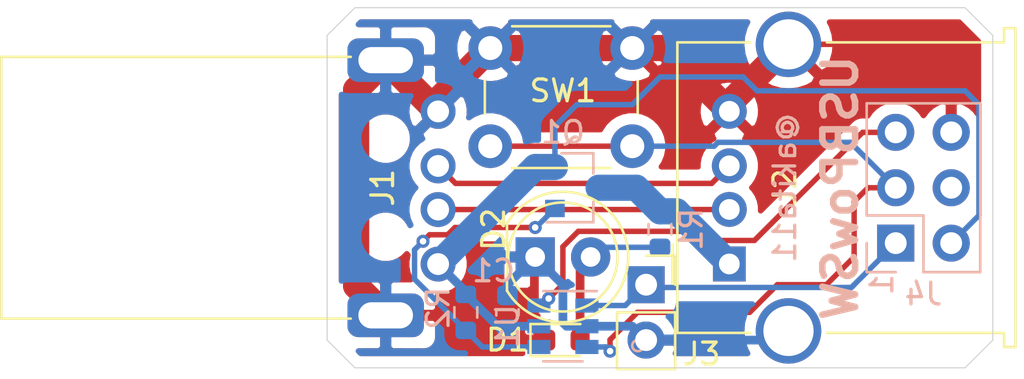
<source format=kicad_pcb>
(kicad_pcb (version 20171130) (host pcbnew "(5.1.9-0-10_14)")

  (general
    (thickness 1.6)
    (drawings 12)
    (tracks 107)
    (zones 0)
    (modules 12)
    (nets 12)
  )

  (page A4)
  (layers
    (0 F.Cu signal)
    (31 B.Cu signal)
    (32 B.Adhes user)
    (33 F.Adhes user)
    (34 B.Paste user)
    (35 F.Paste user)
    (36 B.SilkS user)
    (37 F.SilkS user)
    (38 B.Mask user)
    (39 F.Mask user)
    (44 Edge.Cuts user)
    (45 Margin user)
    (46 B.CrtYd user hide)
    (47 F.CrtYd user hide)
    (48 B.Fab user hide)
    (49 F.Fab user hide)
  )

  (setup
    (last_trace_width 0.25)
    (user_trace_width 0.4)
    (user_trace_width 0.6)
    (user_trace_width 0.8)
    (user_trace_width 1.2)
    (user_trace_width 2.54)
    (trace_clearance 0.1524)
    (zone_clearance 0.508)
    (zone_45_only no)
    (trace_min 0.2)
    (via_size 0.8)
    (via_drill 0.3)
    (via_min_size 0.6)
    (via_min_drill 0.3)
    (user_via 0.6 0.3)
    (user_via 0.9 0.6)
    (user_via 1.6 0.9)
    (uvia_size 0.3)
    (uvia_drill 0.1)
    (uvias_allowed no)
    (uvia_min_size 0.3)
    (uvia_min_drill 0.1)
    (edge_width 0.05)
    (segment_width 0.2)
    (pcb_text_width 0.3)
    (pcb_text_size 1.5 1.5)
    (mod_edge_width 0.12)
    (mod_text_size 1 1)
    (mod_text_width 0.15)
    (pad_size 1.524 1.524)
    (pad_drill 0.762)
    (pad_to_mask_clearance 0)
    (aux_axis_origin 0 0)
    (visible_elements FFFFFF7F)
    (pcbplotparams
      (layerselection 0x010fc_ffffffff)
      (usegerberextensions true)
      (usegerberattributes true)
      (usegerberadvancedattributes true)
      (creategerberjobfile true)
      (excludeedgelayer true)
      (linewidth 0.100000)
      (plotframeref false)
      (viasonmask false)
      (mode 1)
      (useauxorigin false)
      (hpglpennumber 1)
      (hpglpenspeed 20)
      (hpglpendiameter 15.000000)
      (psnegative false)
      (psa4output false)
      (plotreference true)
      (plotvalue true)
      (plotinvisibletext false)
      (padsonsilk false)
      (subtractmaskfromsilk false)
      (outputformat 1)
      (mirror false)
      (drillshape 0)
      (scaleselection 1)
      (outputdirectory ""))
  )

  (net 0 "")
  (net 1 GND)
  (net 2 +5V)
  (net 3 "Net-(D1-Pad2)")
  (net 4 "Net-(J1-Pad3)")
  (net 5 "Net-(J1-Pad2)")
  (net 6 "Net-(J2-Pad1)")
  (net 7 /PB0)
  (net 8 /PB3)
  (net 9 "Net-(J4-Pad4)")
  (net 10 /PB1)
  (net 11 /PB2)

  (net_class Default "This is the default net class."
    (clearance 0.1524)
    (trace_width 0.25)
    (via_dia 0.8)
    (via_drill 0.3)
    (uvia_dia 0.3)
    (uvia_drill 0.1)
    (add_net +5V)
    (add_net /PB0)
    (add_net /PB1)
    (add_net /PB2)
    (add_net /PB3)
    (add_net GND)
    (add_net "Net-(D1-Pad2)")
    (add_net "Net-(J1-Pad2)")
    (add_net "Net-(J1-Pad3)")
    (add_net "Net-(J2-Pad1)")
    (add_net "Net-(J4-Pad4)")
  )

  (module Connector_PinSocket_2.54mm:PinSocket_1x02_P2.54mm_Vertical (layer F.Cu) (tedit 5A19A420) (tstamp 609E4F24)
    (at 135.255 80.01)
    (descr "Through hole straight socket strip, 1x02, 2.54mm pitch, single row (from Kicad 4.0.7), script generated")
    (tags "Through hole socket strip THT 1x02 2.54mm single row")
    (path /609EAF05)
    (fp_text reference J3 (at 2.54 3.175) (layer F.SilkS)
      (effects (font (size 1 1) (thickness 0.15)))
    )
    (fp_text value Conn_01x02 (at 0 5.31) (layer F.Fab)
      (effects (font (size 1 1) (thickness 0.15)))
    )
    (fp_text user %R (at 0 1.27 90) (layer F.Fab)
      (effects (font (size 1 1) (thickness 0.15)))
    )
    (fp_line (start -1.27 -1.27) (end 0.635 -1.27) (layer F.Fab) (width 0.1))
    (fp_line (start 0.635 -1.27) (end 1.27 -0.635) (layer F.Fab) (width 0.1))
    (fp_line (start 1.27 -0.635) (end 1.27 3.81) (layer F.Fab) (width 0.1))
    (fp_line (start 1.27 3.81) (end -1.27 3.81) (layer F.Fab) (width 0.1))
    (fp_line (start -1.27 3.81) (end -1.27 -1.27) (layer F.Fab) (width 0.1))
    (fp_line (start -1.33 1.27) (end 1.33 1.27) (layer F.SilkS) (width 0.12))
    (fp_line (start -1.33 1.27) (end -1.33 3.87) (layer F.SilkS) (width 0.12))
    (fp_line (start -1.33 3.87) (end 1.33 3.87) (layer F.SilkS) (width 0.12))
    (fp_line (start 1.33 1.27) (end 1.33 3.87) (layer F.SilkS) (width 0.12))
    (fp_line (start 1.33 -1.33) (end 1.33 0) (layer F.SilkS) (width 0.12))
    (fp_line (start 0 -1.33) (end 1.33 -1.33) (layer F.SilkS) (width 0.12))
    (fp_line (start -1.8 -1.8) (end 1.75 -1.8) (layer F.CrtYd) (width 0.05))
    (fp_line (start 1.75 -1.8) (end 1.75 4.3) (layer F.CrtYd) (width 0.05))
    (fp_line (start 1.75 4.3) (end -1.8 4.3) (layer F.CrtYd) (width 0.05))
    (fp_line (start -1.8 4.3) (end -1.8 -1.8) (layer F.CrtYd) (width 0.05))
    (pad 2 thru_hole oval (at 0 2.54) (size 1.7 1.7) (drill 1) (layers *.Cu *.Mask)
      (net 1 GND))
    (pad 1 thru_hole rect (at 0 0) (size 1.7 1.7) (drill 1) (layers *.Cu *.Mask)
      (net 7 /PB0))
    (model ${KISYS3DMOD}/Connector_PinSocket_2.54mm.3dshapes/PinSocket_1x02_P2.54mm_Vertical.wrl
      (at (xyz 0 0 0))
      (scale (xyz 1 1 1))
      (rotate (xyz 0 0 0))
    )
  )

  (module LED_THT:LED_D5.0mm_Clear (layer F.Cu) (tedit 5A6C9BC0) (tstamp 609E79C8)
    (at 130.175 78.74)
    (descr "LED, diameter 5.0mm, 2 pins, http://cdn-reichelt.de/documents/datenblatt/A500/LL-504BC2E-009.pdf")
    (tags "LED diameter 5.0mm 2 pins")
    (path /609F9127)
    (fp_text reference D2 (at -1.905 -1.27 90) (layer F.SilkS)
      (effects (font (size 1 1) (thickness 0.15)))
    )
    (fp_text value LED (at 1.27 3.96) (layer F.Fab)
      (effects (font (size 1 1) (thickness 0.15)))
    )
    (fp_arc (start 1.27 0) (end -1.29 1.54483) (angle -148.9) (layer F.SilkS) (width 0.12))
    (fp_arc (start 1.27 0) (end -1.29 -1.54483) (angle 148.9) (layer F.SilkS) (width 0.12))
    (fp_arc (start 1.27 0) (end -1.23 -1.469694) (angle 299.1) (layer F.Fab) (width 0.1))
    (fp_text user %R (at 1.25 0) (layer F.Fab)
      (effects (font (size 0.8 0.8) (thickness 0.2)))
    )
    (fp_line (start -1.23 -1.469694) (end -1.23 1.469694) (layer F.Fab) (width 0.1))
    (fp_line (start -1.29 -1.545) (end -1.29 1.545) (layer F.SilkS) (width 0.12))
    (fp_line (start -1.95 -3.25) (end -1.95 3.25) (layer F.CrtYd) (width 0.05))
    (fp_line (start -1.95 3.25) (end 4.5 3.25) (layer F.CrtYd) (width 0.05))
    (fp_line (start 4.5 3.25) (end 4.5 -3.25) (layer F.CrtYd) (width 0.05))
    (fp_line (start 4.5 -3.25) (end -1.95 -3.25) (layer F.CrtYd) (width 0.05))
    (fp_circle (center 1.27 0) (end 3.77 0) (layer F.Fab) (width 0.1))
    (fp_circle (center 1.27 0) (end 3.77 0) (layer F.SilkS) (width 0.12))
    (pad 2 thru_hole circle (at 2.54 0) (size 1.8 1.8) (drill 0.9) (layers *.Cu *.Mask)
      (net 3 "Net-(D1-Pad2)"))
    (pad 1 thru_hole rect (at 0 0) (size 1.8 1.8) (drill 0.9) (layers *.Cu *.Mask)
      (net 1 GND))
    (model ${KISYS3DMOD}/LED_THT.3dshapes/LED_D5.0mm_Clear.wrl
      (at (xyz 0 0 0))
      (scale (xyz 1 1 1))
      (rotate (xyz 0 0 0))
    )
  )

  (module Connector_USB:USB_A_Molex_67643_Horizontal (layer F.Cu) (tedit 5EA03975) (tstamp 609E6A68)
    (at 139.065 79.06 90)
    (descr "USB type A, Horizontal, https://www.molex.com/pdm_docs/sd/676433910_sd.pdf")
    (tags "USB_A Female Connector receptacle")
    (path /609E4911)
    (fp_text reference J2 (at 3.5 2.54 90) (layer F.SilkS)
      (effects (font (size 1 1) (thickness 0.15)))
    )
    (fp_text value USB_A (at 3.5 14.5 90) (layer F.Fab)
      (effects (font (size 1 1) (thickness 0.15)))
    )
    (fp_arc (start 10.07 2.71) (end 10.55 4.66) (angle -152.3426981) (layer F.CrtYd) (width 0.05))
    (fp_arc (start -3.07 2.71) (end -3.55 0.76) (angle -152.3426981) (layer F.CrtYd) (width 0.05))
    (fp_text user %R (at 3.5 3.7 90) (layer F.Fab)
      (effects (font (size 1 1) (thickness 0.15)))
    )
    (fp_line (start -3.05 -2.27) (end 10.05 -2.27) (layer F.Fab) (width 0.1))
    (fp_line (start 10.05 -2.27) (end 10.05 12.69) (layer F.Fab) (width 0.1))
    (fp_line (start -3.16 12.58) (end -3.16 4.47) (layer F.SilkS) (width 0.12))
    (fp_line (start -3.16 12.58) (end -3.81 12.58) (layer F.SilkS) (width 0.12))
    (fp_line (start -3.7 12.69) (end -3.7 12.99) (layer F.Fab) (width 0.1))
    (fp_line (start -3.7 12.99) (end 10.7 12.99) (layer F.Fab) (width 0.1))
    (fp_line (start 10.7 12.99) (end 10.7 12.69) (layer F.Fab) (width 0.1))
    (fp_line (start 10.7 12.69) (end 10.05 12.69) (layer F.Fab) (width 0.1))
    (fp_line (start -3.05 9.27) (end 10.05 9.27) (layer F.Fab) (width 0.1))
    (fp_line (start -3.55 -2.77) (end 10.55 -2.77) (layer F.CrtYd) (width 0.05))
    (fp_line (start 10.55 -2.77) (end 10.55 0.76) (layer F.CrtYd) (width 0.05))
    (fp_line (start -3.55 -2.77) (end -3.55 0.76) (layer F.CrtYd) (width 0.05))
    (fp_line (start -4.2 13.49) (end 11.2 13.49) (layer F.CrtYd) (width 0.05))
    (fp_line (start 11.2 13.49) (end 11.2 12.19) (layer F.CrtYd) (width 0.05))
    (fp_line (start 11.2 12.19) (end 10.55 12.19) (layer F.CrtYd) (width 0.05))
    (fp_line (start 10.55 12.19) (end 10.55 4.66) (layer F.CrtYd) (width 0.05))
    (fp_line (start -4.2 13.49) (end -4.2 12.19) (layer F.CrtYd) (width 0.05))
    (fp_line (start -4.2 12.19) (end -3.55 12.19) (layer F.CrtYd) (width 0.05))
    (fp_line (start -3.55 12.19) (end -3.55 4.66) (layer F.CrtYd) (width 0.05))
    (fp_line (start -3.16 -2.38) (end 10.16 -2.38) (layer F.SilkS) (width 0.12))
    (fp_line (start -3.16 -2.38) (end -3.16 0.95) (layer F.SilkS) (width 0.12))
    (fp_line (start 10.16 -2.38) (end 10.16 0.95) (layer F.SilkS) (width 0.12))
    (fp_line (start -3.05 12.69) (end -3.05 -2.27) (layer F.Fab) (width 0.1))
    (fp_line (start 10.81 13.1) (end 10.81 12.58) (layer F.SilkS) (width 0.12))
    (fp_line (start -3.81 13.1) (end 10.81 13.1) (layer F.SilkS) (width 0.12))
    (fp_line (start 10.16 4.47) (end 10.16 12.58) (layer F.SilkS) (width 0.12))
    (fp_line (start -3.81 12.58) (end -3.81 13.1) (layer F.SilkS) (width 0.12))
    (fp_line (start 10.81 12.58) (end 10.16 12.58) (layer F.SilkS) (width 0.12))
    (fp_line (start -3.05 12.69) (end -3.7 12.69) (layer F.Fab) (width 0.1))
    (fp_line (start -0.9 -2.6) (end 0.9 -2.6) (layer F.SilkS) (width 0.12))
    (fp_line (start -1 -2.27) (end 0 -1.27) (layer F.Fab) (width 0.1))
    (fp_line (start 0 -1.27) (end 1 -2.27) (layer F.Fab) (width 0.1))
    (pad 4 thru_hole circle (at 7 0 90) (size 1.6 1.6) (drill 0.95) (layers *.Cu *.Mask)
      (net 1 GND))
    (pad 3 thru_hole circle (at 4.5 0 90) (size 1.6 1.6) (drill 0.95) (layers *.Cu *.Mask)
      (net 4 "Net-(J1-Pad3)"))
    (pad 2 thru_hole circle (at 2.5 0 90) (size 1.6 1.6) (drill 0.95) (layers *.Cu *.Mask)
      (net 5 "Net-(J1-Pad2)"))
    (pad 1 thru_hole rect (at 0 0 90) (size 1.6 1.5) (drill 0.95) (layers *.Cu *.Mask)
      (net 6 "Net-(J2-Pad1)"))
    (pad 5 thru_hole circle (at 10.07 2.71 90) (size 3 3) (drill 2.3) (layers *.Cu *.Mask)
      (net 1 GND))
    (pad 5 thru_hole circle (at -3.07 2.71 90) (size 3 3) (drill 2.3) (layers *.Cu *.Mask)
      (net 1 GND))
    (model ${KISYS3DMOD}/Connector_USB.3dshapes/USB_A_Molex_67643_Horizontal.wrl
      (at (xyz 0 0 0))
      (scale (xyz 1 1 1))
      (rotate (xyz 0 0 0))
    )
  )

  (module akita:USB-A_plug (layer F.Cu) (tedit 609DB3F2) (tstamp 609E4987)
    (at 125.73 75.565 90)
    (path /609E3871)
    (fp_text reference J1 (at 0 -2.54 90) (layer F.SilkS)
      (effects (font (size 1 1) (thickness 0.15)))
    )
    (fp_text value USB_A (at -1 4 90) (layer F.Fab)
      (effects (font (size 1 1) (thickness 0.15)))
    )
    (fp_line (start -6 -20) (end -6 -4) (layer F.SilkS) (width 0.12))
    (fp_line (start 6 -20) (end -6 -20) (layer F.SilkS) (width 0.12))
    (fp_line (start 6 -4) (end 6 -20) (layer F.SilkS) (width 0.12))
    (pad "" np_thru_hole circle (at 2.25 -2.4 90) (size 1.2 1.2) (drill 1.2) (layers *.Cu *.Mask))
    (pad "" np_thru_hole circle (at -2.25 -2.4 90) (size 1.2 1.2) (drill 1.2) (layers *.Cu *.Mask))
    (pad 5 thru_hole roundrect (at 5.85 -2.4 90) (size 2 3.5) (drill oval 1.2 2.5) (layers *.Cu *.Mask) (roundrect_rratio 0.25)
      (net 1 GND))
    (pad 5 thru_hole roundrect (at -5.85 -2.4 90) (size 2 3.5) (drill oval 1.2 2.5) (layers *.Cu *.Mask) (roundrect_rratio 0.25)
      (net 1 GND))
    (pad 4 thru_hole circle (at 3.5 0 90) (size 1.6 1.6) (drill 1) (layers *.Cu *.Mask)
      (net 1 GND))
    (pad 3 thru_hole circle (at 1 0 90) (size 1.6 1.6) (drill 1) (layers *.Cu *.Mask)
      (net 4 "Net-(J1-Pad3)"))
    (pad 2 thru_hole circle (at -1 0 90) (size 1.6 1.6) (drill 1) (layers *.Cu *.Mask)
      (net 5 "Net-(J1-Pad2)"))
    (pad 1 thru_hole circle (at -3.5 0 90) (size 1.6 1.6) (drill 1) (layers *.Cu *.Mask)
      (net 2 +5V))
  )

  (module Resistor_SMD:R_0603_1608Metric (layer B.Cu) (tedit 5F68FEEE) (tstamp 609E58B7)
    (at 127 81.28 90)
    (descr "Resistor SMD 0603 (1608 Metric), square (rectangular) end terminal, IPC_7351 nominal, (Body size source: IPC-SM-782 page 72, https://www.pcb-3d.com/wordpress/wp-content/uploads/ipc-sm-782a_amendment_1_and_2.pdf), generated with kicad-footprint-generator")
    (tags resistor)
    (path /60A180C9)
    (attr smd)
    (fp_text reference R2 (at 0.19 -1.27 90) (layer B.SilkS)
      (effects (font (size 1 1) (thickness 0.15)) (justify mirror))
    )
    (fp_text value 10k (at 0 -1.43 90) (layer B.Fab)
      (effects (font (size 1 1) (thickness 0.15)) (justify mirror))
    )
    (fp_text user %R (at 0 0 90) (layer B.Fab)
      (effects (font (size 0.4 0.4) (thickness 0.06)) (justify mirror))
    )
    (fp_line (start -0.8 -0.4125) (end -0.8 0.4125) (layer B.Fab) (width 0.1))
    (fp_line (start -0.8 0.4125) (end 0.8 0.4125) (layer B.Fab) (width 0.1))
    (fp_line (start 0.8 0.4125) (end 0.8 -0.4125) (layer B.Fab) (width 0.1))
    (fp_line (start 0.8 -0.4125) (end -0.8 -0.4125) (layer B.Fab) (width 0.1))
    (fp_line (start -0.237258 0.5225) (end 0.237258 0.5225) (layer B.SilkS) (width 0.12))
    (fp_line (start -0.237258 -0.5225) (end 0.237258 -0.5225) (layer B.SilkS) (width 0.12))
    (fp_line (start -1.48 -0.73) (end -1.48 0.73) (layer B.CrtYd) (width 0.05))
    (fp_line (start -1.48 0.73) (end 1.48 0.73) (layer B.CrtYd) (width 0.05))
    (fp_line (start 1.48 0.73) (end 1.48 -0.73) (layer B.CrtYd) (width 0.05))
    (fp_line (start 1.48 -0.73) (end -1.48 -0.73) (layer B.CrtYd) (width 0.05))
    (pad 2 smd roundrect (at 0.825 0 90) (size 0.8 0.95) (layers B.Cu B.Paste B.Mask) (roundrect_rratio 0.25)
      (net 2 +5V))
    (pad 1 smd roundrect (at -0.825 0 90) (size 0.8 0.95) (layers B.Cu B.Paste B.Mask) (roundrect_rratio 0.25)
      (net 11 /PB2))
    (model ${KISYS3DMOD}/Resistor_SMD.3dshapes/R_0603_1608Metric.wrl
      (at (xyz 0 0 0))
      (scale (xyz 1 1 1))
      (rotate (xyz 0 0 0))
    )
  )

  (module Package_TO_SOT_SMD:SOT-23-6 (layer B.Cu) (tedit 5A02FF57) (tstamp 609E40B6)
    (at 131.445 81.915 180)
    (descr "6-pin SOT-23 package")
    (tags SOT-23-6)
    (path /609E6143)
    (attr smd)
    (fp_text reference U1 (at 2.54 0 90) (layer B.SilkS)
      (effects (font (size 1 1) (thickness 0.15)) (justify mirror))
    )
    (fp_text value ATtiny10-TS (at 0 -2.9) (layer B.Fab)
      (effects (font (size 1 1) (thickness 0.15)) (justify mirror))
    )
    (fp_text user %R (at 0 0 270) (layer B.Fab)
      (effects (font (size 0.5 0.5) (thickness 0.075)) (justify mirror))
    )
    (fp_line (start -0.9 -1.61) (end 0.9 -1.61) (layer B.SilkS) (width 0.12))
    (fp_line (start 0.9 1.61) (end -1.55 1.61) (layer B.SilkS) (width 0.12))
    (fp_line (start 1.9 1.8) (end -1.9 1.8) (layer B.CrtYd) (width 0.05))
    (fp_line (start 1.9 -1.8) (end 1.9 1.8) (layer B.CrtYd) (width 0.05))
    (fp_line (start -1.9 -1.8) (end 1.9 -1.8) (layer B.CrtYd) (width 0.05))
    (fp_line (start -1.9 1.8) (end -1.9 -1.8) (layer B.CrtYd) (width 0.05))
    (fp_line (start -0.9 0.9) (end -0.25 1.55) (layer B.Fab) (width 0.1))
    (fp_line (start 0.9 1.55) (end -0.25 1.55) (layer B.Fab) (width 0.1))
    (fp_line (start -0.9 0.9) (end -0.9 -1.55) (layer B.Fab) (width 0.1))
    (fp_line (start 0.9 -1.55) (end -0.9 -1.55) (layer B.Fab) (width 0.1))
    (fp_line (start 0.9 1.55) (end 0.9 -1.55) (layer B.Fab) (width 0.1))
    (pad 5 smd rect (at 1.1 0 180) (size 1.06 0.65) (layers B.Cu B.Paste B.Mask)
      (net 2 +5V))
    (pad 6 smd rect (at 1.1 0.95 180) (size 1.06 0.65) (layers B.Cu B.Paste B.Mask)
      (net 8 /PB3))
    (pad 4 smd rect (at 1.1 -0.95 180) (size 1.06 0.65) (layers B.Cu B.Paste B.Mask)
      (net 11 /PB2))
    (pad 3 smd rect (at -1.1 -0.95 180) (size 1.06 0.65) (layers B.Cu B.Paste B.Mask)
      (net 10 /PB1))
    (pad 2 smd rect (at -1.1 0 180) (size 1.06 0.65) (layers B.Cu B.Paste B.Mask)
      (net 1 GND))
    (pad 1 smd rect (at -1.1 0.95 180) (size 1.06 0.65) (layers B.Cu B.Paste B.Mask)
      (net 7 /PB0))
    (model ${KISYS3DMOD}/Package_TO_SOT_SMD.3dshapes/SOT-23-6.wrl
      (at (xyz 0 0 0))
      (scale (xyz 1 1 1))
      (rotate (xyz 0 0 0))
    )
  )

  (module Button_Switch_THT:SW_PUSH_6mm (layer F.Cu) (tedit 5A02FE31) (tstamp 609E40A0)
    (at 134.62 73.66 180)
    (descr https://www.omron.com/ecb/products/pdf/en-b3f.pdf)
    (tags "tact sw push 6mm")
    (path /60A02D66)
    (fp_text reference SW1 (at 3.175 2.54) (layer F.SilkS)
      (effects (font (size 1 1) (thickness 0.15)))
    )
    (fp_text value SW_Push (at 3.75 6.7) (layer F.Fab)
      (effects (font (size 1 1) (thickness 0.15)))
    )
    (fp_text user %R (at 3.25 2.25) (layer F.Fab)
      (effects (font (size 1 1) (thickness 0.15)))
    )
    (fp_line (start 3.25 -0.75) (end 6.25 -0.75) (layer F.Fab) (width 0.1))
    (fp_line (start 6.25 -0.75) (end 6.25 5.25) (layer F.Fab) (width 0.1))
    (fp_line (start 6.25 5.25) (end 0.25 5.25) (layer F.Fab) (width 0.1))
    (fp_line (start 0.25 5.25) (end 0.25 -0.75) (layer F.Fab) (width 0.1))
    (fp_line (start 0.25 -0.75) (end 3.25 -0.75) (layer F.Fab) (width 0.1))
    (fp_line (start 7.75 6) (end 8 6) (layer F.CrtYd) (width 0.05))
    (fp_line (start 8 6) (end 8 5.75) (layer F.CrtYd) (width 0.05))
    (fp_line (start 7.75 -1.5) (end 8 -1.5) (layer F.CrtYd) (width 0.05))
    (fp_line (start 8 -1.5) (end 8 -1.25) (layer F.CrtYd) (width 0.05))
    (fp_line (start -1.5 -1.25) (end -1.5 -1.5) (layer F.CrtYd) (width 0.05))
    (fp_line (start -1.5 -1.5) (end -1.25 -1.5) (layer F.CrtYd) (width 0.05))
    (fp_line (start -1.5 5.75) (end -1.5 6) (layer F.CrtYd) (width 0.05))
    (fp_line (start -1.5 6) (end -1.25 6) (layer F.CrtYd) (width 0.05))
    (fp_line (start -1.25 -1.5) (end 7.75 -1.5) (layer F.CrtYd) (width 0.05))
    (fp_line (start -1.5 5.75) (end -1.5 -1.25) (layer F.CrtYd) (width 0.05))
    (fp_line (start 7.75 6) (end -1.25 6) (layer F.CrtYd) (width 0.05))
    (fp_line (start 8 -1.25) (end 8 5.75) (layer F.CrtYd) (width 0.05))
    (fp_line (start 1 5.5) (end 5.5 5.5) (layer F.SilkS) (width 0.12))
    (fp_line (start -0.25 1.5) (end -0.25 3) (layer F.SilkS) (width 0.12))
    (fp_line (start 5.5 -1) (end 1 -1) (layer F.SilkS) (width 0.12))
    (fp_line (start 6.75 3) (end 6.75 1.5) (layer F.SilkS) (width 0.12))
    (fp_circle (center 3.25 2.25) (end 1.25 2.5) (layer F.Fab) (width 0.1))
    (pad 1 thru_hole circle (at 6.5 0 270) (size 2 2) (drill 1.1) (layers *.Cu *.Mask)
      (net 10 /PB1))
    (pad 2 thru_hole circle (at 6.5 4.5 270) (size 2 2) (drill 1.1) (layers *.Cu *.Mask)
      (net 1 GND))
    (pad 1 thru_hole circle (at 0 0 270) (size 2 2) (drill 1.1) (layers *.Cu *.Mask)
      (net 10 /PB1))
    (pad 2 thru_hole circle (at 0 4.5 270) (size 2 2) (drill 1.1) (layers *.Cu *.Mask)
      (net 1 GND))
    (model ${KISYS3DMOD}/Button_Switch_THT.3dshapes/SW_PUSH_6mm.wrl
      (at (xyz 0 0 0))
      (scale (xyz 1 1 1))
      (rotate (xyz 0 0 0))
    )
  )

  (module Resistor_SMD:R_0603_1608Metric (layer B.Cu) (tedit 5F68FEEE) (tstamp 609E4752)
    (at 135.89 77.47 90)
    (descr "Resistor SMD 0603 (1608 Metric), square (rectangular) end terminal, IPC_7351 nominal, (Body size source: IPC-SM-782 page 72, https://www.pcb-3d.com/wordpress/wp-content/uploads/ipc-sm-782a_amendment_1_and_2.pdf), generated with kicad-footprint-generator")
    (tags resistor)
    (path /609E8E03)
    (attr smd)
    (fp_text reference R1 (at 0 1.43 90) (layer B.SilkS)
      (effects (font (size 1 1) (thickness 0.15)) (justify mirror))
    )
    (fp_text value 1k (at 0 -1.43 90) (layer B.Fab)
      (effects (font (size 1 1) (thickness 0.15)) (justify mirror))
    )
    (fp_text user %R (at 0 0 90) (layer B.Fab)
      (effects (font (size 0.4 0.4) (thickness 0.06)) (justify mirror))
    )
    (fp_line (start -0.8 -0.4125) (end -0.8 0.4125) (layer B.Fab) (width 0.1))
    (fp_line (start -0.8 0.4125) (end 0.8 0.4125) (layer B.Fab) (width 0.1))
    (fp_line (start 0.8 0.4125) (end 0.8 -0.4125) (layer B.Fab) (width 0.1))
    (fp_line (start 0.8 -0.4125) (end -0.8 -0.4125) (layer B.Fab) (width 0.1))
    (fp_line (start -0.237258 0.5225) (end 0.237258 0.5225) (layer B.SilkS) (width 0.12))
    (fp_line (start -0.237258 -0.5225) (end 0.237258 -0.5225) (layer B.SilkS) (width 0.12))
    (fp_line (start -1.48 -0.73) (end -1.48 0.73) (layer B.CrtYd) (width 0.05))
    (fp_line (start -1.48 0.73) (end 1.48 0.73) (layer B.CrtYd) (width 0.05))
    (fp_line (start 1.48 0.73) (end 1.48 -0.73) (layer B.CrtYd) (width 0.05))
    (fp_line (start 1.48 -0.73) (end -1.48 -0.73) (layer B.CrtYd) (width 0.05))
    (pad 2 smd roundrect (at 0.825 0 90) (size 0.8 0.95) (layers B.Cu B.Paste B.Mask) (roundrect_rratio 0.25)
      (net 6 "Net-(J2-Pad1)"))
    (pad 1 smd roundrect (at -0.825 0 90) (size 0.8 0.95) (layers B.Cu B.Paste B.Mask) (roundrect_rratio 0.25)
      (net 3 "Net-(D1-Pad2)"))
    (model ${KISYS3DMOD}/Resistor_SMD.3dshapes/R_0603_1608Metric.wrl
      (at (xyz 0 0 0))
      (scale (xyz 1 1 1))
      (rotate (xyz 0 0 0))
    )
  )

  (module Package_TO_SOT_SMD:SOT-23 (layer B.Cu) (tedit 5A02FF57) (tstamp 609E4070)
    (at 132.08 75.565)
    (descr "SOT-23, Standard")
    (tags SOT-23)
    (path /609E936E)
    (attr smd)
    (fp_text reference Q1 (at -0.635 -2.54) (layer B.SilkS)
      (effects (font (size 1 1) (thickness 0.15)) (justify mirror))
    )
    (fp_text value TR_PMOS_IRLML6402 (at 0 -2.5) (layer B.Fab)
      (effects (font (size 1 1) (thickness 0.15)) (justify mirror))
    )
    (fp_text user %R (at 0 0 270) (layer B.Fab)
      (effects (font (size 0.5 0.5) (thickness 0.075)) (justify mirror))
    )
    (fp_line (start -0.7 0.95) (end -0.7 -1.5) (layer B.Fab) (width 0.1))
    (fp_line (start -0.15 1.52) (end 0.7 1.52) (layer B.Fab) (width 0.1))
    (fp_line (start -0.7 0.95) (end -0.15 1.52) (layer B.Fab) (width 0.1))
    (fp_line (start 0.7 1.52) (end 0.7 -1.52) (layer B.Fab) (width 0.1))
    (fp_line (start -0.7 -1.52) (end 0.7 -1.52) (layer B.Fab) (width 0.1))
    (fp_line (start 0.76 -1.58) (end 0.76 -0.65) (layer B.SilkS) (width 0.12))
    (fp_line (start 0.76 1.58) (end 0.76 0.65) (layer B.SilkS) (width 0.12))
    (fp_line (start -1.7 1.75) (end 1.7 1.75) (layer B.CrtYd) (width 0.05))
    (fp_line (start 1.7 1.75) (end 1.7 -1.75) (layer B.CrtYd) (width 0.05))
    (fp_line (start 1.7 -1.75) (end -1.7 -1.75) (layer B.CrtYd) (width 0.05))
    (fp_line (start -1.7 -1.75) (end -1.7 1.75) (layer B.CrtYd) (width 0.05))
    (fp_line (start 0.76 1.58) (end -1.4 1.58) (layer B.SilkS) (width 0.12))
    (fp_line (start 0.76 -1.58) (end -0.7 -1.58) (layer B.SilkS) (width 0.12))
    (pad 3 smd rect (at 1 0) (size 0.9 0.8) (layers B.Cu B.Paste B.Mask)
      (net 6 "Net-(J2-Pad1)"))
    (pad 2 smd rect (at -1 -0.95) (size 0.9 0.8) (layers B.Cu B.Paste B.Mask)
      (net 2 +5V))
    (pad 1 smd rect (at -1 0.95) (size 0.9 0.8) (layers B.Cu B.Paste B.Mask)
      (net 11 /PB2))
    (model ${KISYS3DMOD}/Package_TO_SOT_SMD.3dshapes/SOT-23.wrl
      (at (xyz 0 0 0))
      (scale (xyz 1 1 1))
      (rotate (xyz 0 0 0))
    )
  )

  (module Connector_PinHeader_2.54mm:PinHeader_2x03_P2.54mm_Vertical (layer B.Cu) (tedit 59FED5CC) (tstamp 609E405B)
    (at 146.685 78.105)
    (descr "Through hole straight pin header, 2x03, 2.54mm pitch, double rows")
    (tags "Through hole pin header THT 2x03 2.54mm double row")
    (path /609F2826)
    (fp_text reference J4 (at 1.27 2.33) (layer B.SilkS)
      (effects (font (size 1 1) (thickness 0.15)) (justify mirror))
    )
    (fp_text value AVR-TPI-6 (at 1.27 -7.41) (layer B.Fab)
      (effects (font (size 1 1) (thickness 0.15)) (justify mirror))
    )
    (fp_text user %R (at 1.27 -2.54 -90) (layer B.Fab)
      (effects (font (size 1 1) (thickness 0.15)) (justify mirror))
    )
    (fp_line (start 0 1.27) (end 3.81 1.27) (layer B.Fab) (width 0.1))
    (fp_line (start 3.81 1.27) (end 3.81 -6.35) (layer B.Fab) (width 0.1))
    (fp_line (start 3.81 -6.35) (end -1.27 -6.35) (layer B.Fab) (width 0.1))
    (fp_line (start -1.27 -6.35) (end -1.27 0) (layer B.Fab) (width 0.1))
    (fp_line (start -1.27 0) (end 0 1.27) (layer B.Fab) (width 0.1))
    (fp_line (start -1.33 -6.41) (end 3.87 -6.41) (layer B.SilkS) (width 0.12))
    (fp_line (start -1.33 -1.27) (end -1.33 -6.41) (layer B.SilkS) (width 0.12))
    (fp_line (start 3.87 1.33) (end 3.87 -6.41) (layer B.SilkS) (width 0.12))
    (fp_line (start -1.33 -1.27) (end 1.27 -1.27) (layer B.SilkS) (width 0.12))
    (fp_line (start 1.27 -1.27) (end 1.27 1.33) (layer B.SilkS) (width 0.12))
    (fp_line (start 1.27 1.33) (end 3.87 1.33) (layer B.SilkS) (width 0.12))
    (fp_line (start -1.33 0) (end -1.33 1.33) (layer B.SilkS) (width 0.12))
    (fp_line (start -1.33 1.33) (end 0 1.33) (layer B.SilkS) (width 0.12))
    (fp_line (start -1.8 1.8) (end -1.8 -6.85) (layer B.CrtYd) (width 0.05))
    (fp_line (start -1.8 -6.85) (end 4.35 -6.85) (layer B.CrtYd) (width 0.05))
    (fp_line (start 4.35 -6.85) (end 4.35 1.8) (layer B.CrtYd) (width 0.05))
    (fp_line (start 4.35 1.8) (end -1.8 1.8) (layer B.CrtYd) (width 0.05))
    (pad 6 thru_hole oval (at 2.54 -5.08) (size 1.7 1.7) (drill 1) (layers *.Cu *.Mask)
      (net 1 GND))
    (pad 5 thru_hole oval (at 0 -5.08) (size 1.7 1.7) (drill 1) (layers *.Cu *.Mask)
      (net 8 /PB3))
    (pad 4 thru_hole oval (at 2.54 -2.54) (size 1.7 1.7) (drill 1) (layers *.Cu *.Mask)
      (net 9 "Net-(J4-Pad4)"))
    (pad 3 thru_hole oval (at 0 -2.54) (size 1.7 1.7) (drill 1) (layers *.Cu *.Mask)
      (net 10 /PB1))
    (pad 2 thru_hole oval (at 2.54 0) (size 1.7 1.7) (drill 1) (layers *.Cu *.Mask)
      (net 2 +5V))
    (pad 1 thru_hole rect (at 0 0) (size 1.7 1.7) (drill 1) (layers *.Cu *.Mask)
      (net 7 /PB0))
    (model ${KISYS3DMOD}/Connector_PinHeader_2.54mm.3dshapes/PinHeader_2x03_P2.54mm_Vertical.wrl
      (at (xyz 0 0 0))
      (scale (xyz 1 1 1))
      (rotate (xyz 0 0 0))
    )
  )

  (module LED_SMD:LED_0603_1608Metric (layer F.Cu) (tedit 5F68FEF1) (tstamp 609E3FDB)
    (at 131.445 82.55)
    (descr "LED SMD 0603 (1608 Metric), square (rectangular) end terminal, IPC_7351 nominal, (Body size source: http://www.tortai-tech.com/upload/download/2011102023233369053.pdf), generated with kicad-footprint-generator")
    (tags LED)
    (path /609E87DA)
    (attr smd)
    (fp_text reference D1 (at -2.54 0) (layer F.SilkS)
      (effects (font (size 1 1) (thickness 0.15)))
    )
    (fp_text value LED (at 0 1.43) (layer F.Fab)
      (effects (font (size 1 1) (thickness 0.15)))
    )
    (fp_text user %R (at 0 0) (layer F.Fab)
      (effects (font (size 0.4 0.4) (thickness 0.06)))
    )
    (fp_line (start 0.8 -0.4) (end -0.5 -0.4) (layer F.Fab) (width 0.1))
    (fp_line (start -0.5 -0.4) (end -0.8 -0.1) (layer F.Fab) (width 0.1))
    (fp_line (start -0.8 -0.1) (end -0.8 0.4) (layer F.Fab) (width 0.1))
    (fp_line (start -0.8 0.4) (end 0.8 0.4) (layer F.Fab) (width 0.1))
    (fp_line (start 0.8 0.4) (end 0.8 -0.4) (layer F.Fab) (width 0.1))
    (fp_line (start 0.8 -0.735) (end -1.485 -0.735) (layer F.SilkS) (width 0.12))
    (fp_line (start -1.485 -0.735) (end -1.485 0.735) (layer F.SilkS) (width 0.12))
    (fp_line (start -1.485 0.735) (end 0.8 0.735) (layer F.SilkS) (width 0.12))
    (fp_line (start -1.48 0.73) (end -1.48 -0.73) (layer F.CrtYd) (width 0.05))
    (fp_line (start -1.48 -0.73) (end 1.48 -0.73) (layer F.CrtYd) (width 0.05))
    (fp_line (start 1.48 -0.73) (end 1.48 0.73) (layer F.CrtYd) (width 0.05))
    (fp_line (start 1.48 0.73) (end -1.48 0.73) (layer F.CrtYd) (width 0.05))
    (pad 2 smd roundrect (at 0.7875 0) (size 0.875 0.95) (layers F.Cu F.Paste F.Mask) (roundrect_rratio 0.25)
      (net 3 "Net-(D1-Pad2)"))
    (pad 1 smd roundrect (at -0.7875 0) (size 0.875 0.95) (layers F.Cu F.Paste F.Mask) (roundrect_rratio 0.25)
      (net 1 GND))
    (model ${KISYS3DMOD}/LED_SMD.3dshapes/LED_0603_1608Metric.wrl
      (at (xyz 0 0 0))
      (scale (xyz 1 1 1))
      (rotate (xyz 0 0 0))
    )
  )

  (module Capacitor_SMD:C_0603_1608Metric (layer B.Cu) (tedit 5F68FEEE) (tstamp 609E3FC8)
    (at 128.905 81.28 90)
    (descr "Capacitor SMD 0603 (1608 Metric), square (rectangular) end terminal, IPC_7351 nominal, (Body size source: IPC-SM-782 page 76, https://www.pcb-3d.com/wordpress/wp-content/uploads/ipc-sm-782a_amendment_1_and_2.pdf), generated with kicad-footprint-generator")
    (tags capacitor)
    (path /609FC7EC)
    (attr smd)
    (fp_text reference C1 (at 1.905 -0.635 180) (layer B.SilkS)
      (effects (font (size 1 1) (thickness 0.15)) (justify mirror))
    )
    (fp_text value 0.1u (at 0 -1.43 90) (layer B.Fab)
      (effects (font (size 1 1) (thickness 0.15)) (justify mirror))
    )
    (fp_text user %R (at 0 0 90) (layer B.Fab)
      (effects (font (size 0.4 0.4) (thickness 0.06)) (justify mirror))
    )
    (fp_line (start -0.8 -0.4) (end -0.8 0.4) (layer B.Fab) (width 0.1))
    (fp_line (start -0.8 0.4) (end 0.8 0.4) (layer B.Fab) (width 0.1))
    (fp_line (start 0.8 0.4) (end 0.8 -0.4) (layer B.Fab) (width 0.1))
    (fp_line (start 0.8 -0.4) (end -0.8 -0.4) (layer B.Fab) (width 0.1))
    (fp_line (start -0.14058 0.51) (end 0.14058 0.51) (layer B.SilkS) (width 0.12))
    (fp_line (start -0.14058 -0.51) (end 0.14058 -0.51) (layer B.SilkS) (width 0.12))
    (fp_line (start -1.48 -0.73) (end -1.48 0.73) (layer B.CrtYd) (width 0.05))
    (fp_line (start -1.48 0.73) (end 1.48 0.73) (layer B.CrtYd) (width 0.05))
    (fp_line (start 1.48 0.73) (end 1.48 -0.73) (layer B.CrtYd) (width 0.05))
    (fp_line (start 1.48 -0.73) (end -1.48 -0.73) (layer B.CrtYd) (width 0.05))
    (pad 2 smd roundrect (at 0.775 0 90) (size 0.9 0.95) (layers B.Cu B.Paste B.Mask) (roundrect_rratio 0.25)
      (net 1 GND))
    (pad 1 smd roundrect (at -0.775 0 90) (size 0.9 0.95) (layers B.Cu B.Paste B.Mask) (roundrect_rratio 0.25)
      (net 2 +5V))
    (model ${KISYS3DMOD}/Capacitor_SMD.3dshapes/C_0603_1608Metric.wrl
      (at (xyz 0 0 0))
      (scale (xyz 1 1 1))
      (rotate (xyz 0 0 0))
    )
  )

  (gr_text "@akita11\n" (at 141.605 75.565 90) (layer B.SilkS)
    (effects (font (size 1 1) (thickness 0.15)) (justify mirror))
  )
  (gr_text "USBPowSW\n" (at 144.145 75.565 90) (layer B.SilkS) (tstamp 609E7E3D)
    (effects (font (size 1.5 1.5) (thickness 0.3)) (justify mirror))
  )
  (gr_circle (center 134.874 82.804) (end 135.128 82.804) (layer B.SilkS) (width 0.12))
  (gr_text 1 (at 146.05 80.01 90) (layer B.SilkS)
    (effects (font (size 1 1) (thickness 0.15)) (justify mirror))
  )
  (gr_line (start 120.65 82.55) (end 120.65 68.58) (layer Edge.Cuts) (width 0.05) (tstamp 609E4DC1))
  (gr_line (start 121.92 83.82) (end 120.65 82.55) (layer Edge.Cuts) (width 0.05))
  (gr_line (start 149.86 83.82) (end 121.92 83.82) (layer Edge.Cuts) (width 0.05))
  (gr_line (start 151.13 82.55) (end 149.86 83.82) (layer Edge.Cuts) (width 0.05))
  (gr_line (start 151.13 68.58) (end 151.13 82.55) (layer Edge.Cuts) (width 0.05))
  (gr_line (start 149.86 67.31) (end 151.13 68.58) (layer Edge.Cuts) (width 0.05))
  (gr_line (start 121.92 67.31) (end 149.86 67.31) (layer Edge.Cuts) (width 0.05))
  (gr_line (start 120.65 68.58) (end 121.92 67.31) (layer Edge.Cuts) (width 0.05))

  (segment (start 125.73 71.55) (end 128.12 69.16) (width 1.2) (layer F.Cu) (net 1))
  (segment (start 125.73 72.065) (end 125.73 71.55) (width 1.2) (layer F.Cu) (net 1))
  (segment (start 128.12 69.16) (end 134.62 69.16) (width 1.2) (layer F.Cu) (net 1))
  (segment (start 136.165 69.16) (end 139.065 72.06) (width 1.2) (layer F.Cu) (net 1))
  (segment (start 134.62 69.16) (end 136.165 69.16) (width 1.2) (layer F.Cu) (net 1))
  (segment (start 139.065 71.7) (end 141.775 68.99) (width 1.2) (layer F.Cu) (net 1))
  (segment (start 139.065 72.06) (end 139.065 71.7) (width 1.2) (layer F.Cu) (net 1))
  (segment (start 125.68 72.065) (end 123.33 69.715) (width 1.2) (layer F.Cu) (net 1))
  (segment (start 125.73 72.065) (end 125.68 72.065) (width 1.2) (layer F.Cu) (net 1))
  (segment (start 121.977599 80.062599) (end 123.33 81.415) (width 1.2) (layer F.Cu) (net 1))
  (segment (start 121.977599 71.067401) (end 121.977599 80.062599) (width 1.2) (layer F.Cu) (net 1))
  (segment (start 123.33 69.715) (end 121.977599 71.067401) (width 1.2) (layer F.Cu) (net 1))
  (segment (start 149.225 73.025) (end 149.225 71.12) (width 0.25) (layer F.Cu) (net 1))
  (segment (start 147.095 68.99) (end 141.775 68.99) (width 0.25) (layer F.Cu) (net 1))
  (segment (start 149.225 71.12) (end 147.095 68.99) (width 0.25) (layer F.Cu) (net 1))
  (segment (start 134.62 81.915) (end 135.255 82.55) (width 0.4) (layer B.Cu) (net 1))
  (segment (start 141.355 82.55) (end 141.775 82.13) (width 0.4) (layer B.Cu) (net 1))
  (segment (start 135.255 82.55) (end 141.355 82.55) (width 0.4) (layer B.Cu) (net 1))
  (segment (start 132.545 81.915) (end 134.62 81.915) (width 0.4) (layer B.Cu) (net 1))
  (segment (start 131.615 81.915) (end 131.445 81.745) (width 0.4) (layer B.Cu) (net 1))
  (segment (start 132.545 81.915) (end 131.615 81.915) (width 0.4) (layer B.Cu) (net 1))
  (segment (start 131.445 80.01) (end 130.175 78.74) (width 0.4) (layer B.Cu) (net 1))
  (segment (start 131.445 81.745) (end 131.445 80.01) (width 0.4) (layer B.Cu) (net 1))
  (segment (start 128.905 80.01) (end 130.175 78.74) (width 0.4) (layer B.Cu) (net 1))
  (segment (start 128.905 80.505) (end 128.905 80.01) (width 0.4) (layer B.Cu) (net 1))
  (segment (start 130.140199 78.774801) (end 130.175 78.74) (width 0.4) (layer F.Cu) (net 1))
  (segment (start 130.140199 82.032699) (end 130.140199 78.774801) (width 0.4) (layer F.Cu) (net 1))
  (segment (start 130.6575 82.55) (end 130.140199 82.032699) (width 0.4) (layer F.Cu) (net 1))
  (segment (start 140.335 71.12) (end 139.7 70.485) (width 0.25) (layer B.Cu) (net 2))
  (segment (start 139.7 70.485) (end 135.89 70.485) (width 0.25) (layer B.Cu) (net 2))
  (segment (start 135.89 70.485) (end 134.62 71.755) (width 0.25) (layer B.Cu) (net 2))
  (segment (start 134.62 71.755) (end 132.08 71.755) (width 0.25) (layer B.Cu) (net 2))
  (segment (start 131.08 72.755) (end 132.08 71.755) (width 0.25) (layer B.Cu) (net 2))
  (segment (start 131.08 74.615) (end 131.08 72.755) (width 0.25) (layer B.Cu) (net 2))
  (segment (start 140.335 71.12) (end 149.86 71.12) (width 0.25) (layer B.Cu) (net 2))
  (segment (start 149.86 71.12) (end 150.495 71.755) (width 0.25) (layer B.Cu) (net 2))
  (segment (start 150.495 76.835) (end 149.225 78.105) (width 0.25) (layer B.Cu) (net 2))
  (segment (start 150.495 71.755) (end 150.495 76.835) (width 0.25) (layer B.Cu) (net 2))
  (segment (start 130.18 74.615) (end 131.08 74.615) (width 1.2) (layer B.Cu) (net 2))
  (segment (start 125.73 79.065) (end 130.18 74.615) (width 1.2) (layer B.Cu) (net 2))
  (segment (start 129.045 81.915) (end 128.905 82.055) (width 0.4) (layer B.Cu) (net 2))
  (segment (start 130.345 81.915) (end 129.045 81.915) (width 0.4) (layer B.Cu) (net 2))
  (segment (start 128.6 82.055) (end 127 80.455) (width 0.4) (layer B.Cu) (net 2))
  (segment (start 128.905 82.055) (end 128.6 82.055) (width 0.4) (layer B.Cu) (net 2))
  (segment (start 127 80.335) (end 125.73 79.065) (width 0.4) (layer B.Cu) (net 2))
  (segment (start 127 80.455) (end 127 80.335) (width 0.4) (layer B.Cu) (net 2))
  (segment (start 132.2325 79.2225) (end 132.715 78.74) (width 0.4) (layer F.Cu) (net 3))
  (segment (start 132.2325 82.55) (end 132.2325 79.2225) (width 0.4) (layer F.Cu) (net 3))
  (segment (start 133.16 78.295) (end 132.715 78.74) (width 0.25) (layer B.Cu) (net 3))
  (segment (start 135.89 78.295) (end 133.16 78.295) (width 0.25) (layer B.Cu) (net 3))
  (segment (start 138.260001 75.364999) (end 139.065 74.56) (width 0.25) (layer F.Cu) (net 4))
  (segment (start 125.73 74.565) (end 126.529999 75.364999) (width 0.25) (layer F.Cu) (net 4))
  (segment (start 126.529999 75.364999) (end 138.260001 75.364999) (width 0.25) (layer F.Cu) (net 4))
  (segment (start 139.06 76.565) (end 139.065 76.56) (width 0.25) (layer F.Cu) (net 5))
  (segment (start 125.73 76.565) (end 139.06 76.565) (width 0.25) (layer F.Cu) (net 5))
  (segment (start 134.81 75.565) (end 135.89 76.645) (width 1.2) (layer B.Cu) (net 6))
  (segment (start 136.65 76.645) (end 139.065 79.06) (width 1.2) (layer B.Cu) (net 6))
  (segment (start 135.89 76.645) (end 136.65 76.645) (width 1.2) (layer B.Cu) (net 6))
  (segment (start 133.08 75.565) (end 134.81 75.565) (width 1.2) (layer B.Cu) (net 6))
  (segment (start 144.652599 80.137401) (end 146.685 78.105) (width 0.25) (layer B.Cu) (net 7))
  (segment (start 134.3 80.965) (end 135.255 80.01) (width 0.25) (layer B.Cu) (net 7))
  (segment (start 132.545 80.965) (end 134.3 80.965) (width 0.25) (layer B.Cu) (net 7))
  (segment (start 135.382401 80.137401) (end 144.652599 80.137401) (width 0.25) (layer B.Cu) (net 7))
  (segment (start 135.255 80.01) (end 135.382401 80.137401) (width 0.25) (layer B.Cu) (net 7))
  (segment (start 144.652599 80.137401) (end 144.78 80.01) (width 0.25) (layer B.Cu) (net 7))
  (segment (start 133.419847 77.562599) (end 137.887599 77.562599) (width 0.25) (layer F.Cu) (net 8))
  (segment (start 137.887599 77.562599) (end 138.307599 77.982599) (width 0.25) (layer F.Cu) (net 8))
  (segment (start 138.307599 77.982599) (end 140.212599 77.982599) (width 0.25) (layer F.Cu) (net 8))
  (segment (start 145.170198 73.025) (end 146.685 73.025) (width 0.25) (layer F.Cu) (net 8))
  (segment (start 140.212599 77.982599) (end 145.170198 73.025) (width 0.25) (layer F.Cu) (net 8))
  (segment (start 132.149847 77.562599) (end 131.445 78.267446) (width 0.25) (layer F.Cu) (net 8))
  (segment (start 133.419847 77.562599) (end 132.149847 77.562599) (width 0.25) (layer F.Cu) (net 8))
  (via (at 130.7926 80.645) (size 0.6) (drill 0.3) (layers F.Cu B.Cu) (net 8))
  (segment (start 131.445 79.9926) (end 130.7926 80.645) (width 0.25) (layer F.Cu) (net 8))
  (segment (start 131.445 78.267446) (end 131.445 79.9926) (width 0.25) (layer F.Cu) (net 8))
  (segment (start 130.665 80.645) (end 130.345 80.965) (width 0.25) (layer B.Cu) (net 8))
  (segment (start 130.7926 80.645) (end 130.665 80.645) (width 0.25) (layer B.Cu) (net 8))
  (segment (start 128.12 73.66) (end 134.62 73.66) (width 0.25) (layer F.Cu) (net 10))
  (segment (start 144.602599 73.482599) (end 146.685 75.565) (width 0.25) (layer B.Cu) (net 10))
  (segment (start 138.370446 73.66) (end 138.547847 73.482599) (width 0.25) (layer B.Cu) (net 10))
  (segment (start 138.547847 73.482599) (end 144.602599 73.482599) (width 0.25) (layer B.Cu) (net 10))
  (segment (start 134.62 73.66) (end 138.370446 73.66) (width 0.25) (layer B.Cu) (net 10))
  (segment (start 145.415 75.565) (end 146.685 75.565) (width 0.25) (layer F.Cu) (net 10))
  (segment (start 144.78 76.2) (end 145.415 75.565) (width 0.25) (layer F.Cu) (net 10))
  (segment (start 144.78 78.74) (end 144.78 76.2) (width 0.25) (layer F.Cu) (net 10))
  (segment (start 143.51 80.01) (end 144.78 78.74) (width 0.25) (layer F.Cu) (net 10))
  (segment (start 141.264446 80.01) (end 143.51 80.01) (width 0.25) (layer F.Cu) (net 10))
  (segment (start 139.997599 81.276847) (end 141.264446 80.01) (width 0.25) (layer F.Cu) (net 10))
  (segment (start 133.411 82.865) (end 133.604 83.058) (width 0.25) (layer B.Cu) (net 10))
  (via (at 133.604 83.058) (size 0.6) (drill 0.3) (layers F.Cu B.Cu) (net 10))
  (segment (start 132.545 82.865) (end 133.411 82.865) (width 0.25) (layer B.Cu) (net 10))
  (segment (start 134.859599 81.276847) (end 139.997599 81.276847) (width 0.25) (layer F.Cu) (net 10))
  (segment (start 133.604 82.532446) (end 134.859599 81.276847) (width 0.25) (layer F.Cu) (net 10))
  (segment (start 133.604 83.058) (end 133.604 82.532446) (width 0.25) (layer F.Cu) (net 10))
  (segment (start 127.76 82.865) (end 127 82.105) (width 0.25) (layer B.Cu) (net 11))
  (segment (start 130.345 82.865) (end 127.76 82.865) (width 0.25) (layer B.Cu) (net 11))
  (via (at 125.039064 78.020435) (size 0.6) (drill 0.3) (layers F.Cu B.Cu) (net 11))
  (segment (start 124.652599 79.757599) (end 124.652599 78.4069) (width 0.25) (layer B.Cu) (net 11))
  (segment (start 124.652599 78.4069) (end 125.039064 78.020435) (width 0.25) (layer B.Cu) (net 11))
  (segment (start 127 82.105) (end 124.652599 79.757599) (width 0.25) (layer B.Cu) (net 11))
  (via (at 130.175 77.387598) (size 0.6) (drill 0.3) (layers F.Cu B.Cu) (net 11))
  (segment (start 126.501956 77.387598) (end 130.175 77.387598) (width 0.25) (layer F.Cu) (net 11))
  (segment (start 126.169118 77.720436) (end 126.501956 77.387598) (width 0.25) (layer F.Cu) (net 11))
  (segment (start 125.339063 77.720436) (end 126.169118 77.720436) (width 0.25) (layer F.Cu) (net 11))
  (segment (start 125.039064 78.020435) (end 125.339063 77.720436) (width 0.25) (layer F.Cu) (net 11))
  (segment (start 130.207402 77.387598) (end 131.08 76.515) (width 0.25) (layer B.Cu) (net 11))
  (segment (start 130.175 77.387598) (end 130.207402 77.387598) (width 0.25) (layer B.Cu) (net 11))

  (zone (net 1) (net_name GND) (layer F.Cu) (tstamp 609E7E49) (hatch edge 0.508)
    (connect_pads (clearance 0.508))
    (min_thickness 0.254)
    (fill yes (arc_segments 32) (thermal_gap 0.508) (thermal_bridge_width 0.508))
    (polygon
      (pts
        (xy 151.13 68.58) (xy 151.13 82.55) (xy 149.86 83.82) (xy 121.92 83.82) (xy 120.65 82.55)
        (xy 120.65 68.58) (xy 121.92 67.31) (xy 149.86 67.31)
      )
    )
    (filled_polygon
      (pts
        (xy 127.164192 68.024587) (xy 128.12 68.980395) (xy 129.075808 68.024587) (xy 129.056037 67.97) (xy 133.683963 67.97)
        (xy 133.664192 68.024587) (xy 134.62 68.980395) (xy 135.575808 68.024587) (xy 135.556037 67.97) (xy 139.898528 67.97)
        (xy 139.77698 68.208745) (xy 139.662956 68.613551) (xy 139.630098 69.032824) (xy 139.679666 69.450451) (xy 139.809757 69.850383)
        (xy 139.967786 70.146038) (xy 140.283347 70.302048) (xy 141.595395 68.99) (xy 141.581253 68.975858) (xy 141.760858 68.796253)
        (xy 141.775 68.810395) (xy 141.789143 68.796253) (xy 141.968748 68.975858) (xy 141.954605 68.99) (xy 143.266653 70.302048)
        (xy 143.582214 70.146038) (xy 143.77302 69.771255) (xy 143.887044 69.366449) (xy 143.919902 68.947176) (xy 143.870334 68.529549)
        (xy 143.740243 68.129617) (xy 143.654927 67.97) (xy 149.58662 67.97) (xy 150.47 68.853381) (xy 150.47 72.222363)
        (xy 150.322588 72.024731) (xy 150.106355 71.829822) (xy 149.856252 71.680843) (xy 149.581891 71.583519) (xy 149.352 71.704186)
        (xy 149.352 72.898) (xy 149.372 72.898) (xy 149.372 73.152) (xy 149.352 73.152) (xy 149.352 73.172)
        (xy 149.098 73.172) (xy 149.098 73.152) (xy 149.078 73.152) (xy 149.078 72.898) (xy 149.098 72.898)
        (xy 149.098 71.704186) (xy 148.868109 71.583519) (xy 148.593748 71.680843) (xy 148.343645 71.829822) (xy 148.127412 72.024731)
        (xy 147.9561 72.254406) (xy 147.838475 72.078368) (xy 147.631632 71.871525) (xy 147.388411 71.70901) (xy 147.118158 71.597068)
        (xy 146.83126 71.54) (xy 146.53874 71.54) (xy 146.251842 71.597068) (xy 145.981589 71.70901) (xy 145.738368 71.871525)
        (xy 145.531525 72.078368) (xy 145.406822 72.265) (xy 145.207523 72.265) (xy 145.170198 72.261324) (xy 145.132873 72.265)
        (xy 145.132865 72.265) (xy 145.021212 72.275997) (xy 144.877951 72.319454) (xy 144.745922 72.390026) (xy 144.630197 72.484999)
        (xy 144.606399 72.513997) (xy 140.5 76.620397) (xy 140.5 76.418665) (xy 140.444853 76.141426) (xy 140.33668 75.880273)
        (xy 140.179637 75.645241) (xy 140.094396 75.56) (xy 140.179637 75.474759) (xy 140.33668 75.239727) (xy 140.444853 74.978574)
        (xy 140.5 74.701335) (xy 140.5 74.418665) (xy 140.444853 74.141426) (xy 140.33668 73.880273) (xy 140.179637 73.645241)
        (xy 139.979759 73.445363) (xy 139.779131 73.311308) (xy 139.806514 73.296671) (xy 139.878097 73.052702) (xy 139.065 72.239605)
        (xy 138.251903 73.052702) (xy 138.323486 73.296671) (xy 138.352341 73.310324) (xy 138.150241 73.445363) (xy 137.950363 73.645241)
        (xy 137.79332 73.880273) (xy 137.685147 74.141426) (xy 137.63 74.418665) (xy 137.63 74.604999) (xy 135.954969 74.604999)
        (xy 136.068918 74.434463) (xy 136.192168 74.136912) (xy 136.255 73.821033) (xy 136.255 73.498967) (xy 136.192168 73.183088)
        (xy 136.068918 72.885537) (xy 135.889987 72.617748) (xy 135.662252 72.390013) (xy 135.394463 72.211082) (xy 135.199951 72.130512)
        (xy 137.624783 72.130512) (xy 137.666213 72.41013) (xy 137.761397 72.676292) (xy 137.828329 72.801514) (xy 138.072298 72.873097)
        (xy 138.885395 72.06) (xy 139.244605 72.06) (xy 140.057702 72.873097) (xy 140.301671 72.801514) (xy 140.422571 72.546004)
        (xy 140.4913 72.271816) (xy 140.505217 71.989488) (xy 140.463787 71.70987) (xy 140.368603 71.443708) (xy 140.301671 71.318486)
        (xy 140.057702 71.246903) (xy 139.244605 72.06) (xy 138.885395 72.06) (xy 138.072298 71.246903) (xy 137.828329 71.318486)
        (xy 137.707429 71.573996) (xy 137.6387 71.848184) (xy 137.624783 72.130512) (xy 135.199951 72.130512) (xy 135.096912 72.087832)
        (xy 134.781033 72.025) (xy 134.458967 72.025) (xy 134.143088 72.087832) (xy 133.845537 72.211082) (xy 133.577748 72.390013)
        (xy 133.350013 72.617748) (xy 133.171082 72.885537) (xy 133.165091 72.9) (xy 129.574909 72.9) (xy 129.568918 72.885537)
        (xy 129.389987 72.617748) (xy 129.162252 72.390013) (xy 128.894463 72.211082) (xy 128.596912 72.087832) (xy 128.281033 72.025)
        (xy 127.958967 72.025) (xy 127.643088 72.087832) (xy 127.345537 72.211082) (xy 127.138021 72.34974) (xy 127.1563 72.276816)
        (xy 127.170217 71.994488) (xy 127.128787 71.71487) (xy 127.033603 71.448708) (xy 126.966671 71.323486) (xy 126.722702 71.251903)
        (xy 125.909605 72.065) (xy 125.923748 72.079143) (xy 125.744143 72.258748) (xy 125.73 72.244605) (xy 124.916903 73.057702)
        (xy 124.988486 73.301671) (xy 125.017341 73.315324) (xy 124.815241 73.450363) (xy 124.615363 73.650241) (xy 124.45832 73.885273)
        (xy 124.350147 74.146426) (xy 124.295 74.423665) (xy 124.295 74.706335) (xy 124.350147 74.983574) (xy 124.45832 75.244727)
        (xy 124.615363 75.479759) (xy 124.700604 75.565) (xy 124.615363 75.650241) (xy 124.45832 75.885273) (xy 124.350147 76.146426)
        (xy 124.295 76.423665) (xy 124.295 76.706335) (xy 124.350147 76.983574) (xy 124.45832 77.244727) (xy 124.476444 77.271851)
        (xy 124.44929 77.289994) (xy 124.424443 77.230008) (xy 124.289287 77.027733) (xy 124.117267 76.855713) (xy 123.914992 76.720557)
        (xy 123.690236 76.62746) (xy 123.451637 76.58) (xy 123.208363 76.58) (xy 122.969764 76.62746) (xy 122.745008 76.720557)
        (xy 122.542733 76.855713) (xy 122.370713 77.027733) (xy 122.235557 77.230008) (xy 122.14246 77.454764) (xy 122.095 77.693363)
        (xy 122.095 77.936637) (xy 122.14246 78.175236) (xy 122.235557 78.399992) (xy 122.370713 78.602267) (xy 122.542733 78.774287)
        (xy 122.745008 78.909443) (xy 122.969764 79.00254) (xy 123.208363 79.05) (xy 123.451637 79.05) (xy 123.690236 79.00254)
        (xy 123.914992 78.909443) (xy 124.117267 78.774287) (xy 124.289287 78.602267) (xy 124.296302 78.591769) (xy 124.312802 78.616463)
        (xy 124.348922 78.652583) (xy 124.295 78.923665) (xy 124.295 79.206335) (xy 124.350147 79.483574) (xy 124.45832 79.744727)
        (xy 124.480676 79.778185) (xy 123.61575 79.78) (xy 123.457 79.93875) (xy 123.457 81.288) (xy 125.55625 81.288)
        (xy 125.715 81.12925) (xy 125.717706 80.5) (xy 125.871335 80.5) (xy 126.148574 80.444853) (xy 126.409727 80.33668)
        (xy 126.644759 80.179637) (xy 126.844637 79.979759) (xy 127.00168 79.744727) (xy 127.109853 79.483574) (xy 127.165 79.206335)
        (xy 127.165 78.923665) (xy 127.109853 78.646426) (xy 127.00168 78.385273) (xy 126.844637 78.150241) (xy 126.841994 78.147598)
        (xy 128.638466 78.147598) (xy 128.64 78.45425) (xy 128.79875 78.613) (xy 130.048 78.613) (xy 130.048 78.593)
        (xy 130.302 78.593) (xy 130.302 78.613) (xy 130.322 78.613) (xy 130.322 78.867) (xy 130.302 78.867)
        (xy 130.302 78.887) (xy 130.048 78.887) (xy 130.048 78.867) (xy 128.79875 78.867) (xy 128.64 79.02575)
        (xy 128.636928 79.64) (xy 128.649188 79.764482) (xy 128.685498 79.88418) (xy 128.744463 79.994494) (xy 128.823815 80.091185)
        (xy 128.920506 80.170537) (xy 129.03082 80.229502) (xy 129.150518 80.265812) (xy 129.275 80.278072) (xy 129.88925 80.275)
        (xy 129.96779 80.19646) (xy 129.964014 80.202111) (xy 129.893532 80.372271) (xy 129.8576 80.552911) (xy 129.8576 80.737089)
        (xy 129.893532 80.917729) (xy 129.964014 81.087889) (xy 130.066338 81.241028) (xy 130.196572 81.371262) (xy 130.297187 81.438491)
        (xy 130.22 81.436928) (xy 130.095518 81.449188) (xy 129.97582 81.485498) (xy 129.865506 81.544463) (xy 129.768815 81.623815)
        (xy 129.689463 81.720506) (xy 129.630498 81.83082) (xy 129.594188 81.950518) (xy 129.581928 82.075) (xy 129.585 82.26425)
        (xy 129.74375 82.423) (xy 130.5305 82.423) (xy 130.5305 82.403) (xy 130.7845 82.403) (xy 130.7845 82.423)
        (xy 130.8045 82.423) (xy 130.8045 82.677) (xy 130.7845 82.677) (xy 130.7845 82.697) (xy 130.5305 82.697)
        (xy 130.5305 82.677) (xy 129.74375 82.677) (xy 129.585 82.83575) (xy 129.581928 83.025) (xy 129.594188 83.149482)
        (xy 129.597379 83.16) (xy 122.193381 83.16) (xy 122.085392 83.052012) (xy 123.04425 83.05) (xy 123.203 82.89125)
        (xy 123.203 81.542) (xy 123.457 81.542) (xy 123.457 82.89125) (xy 123.61575 83.05) (xy 125.08 83.053072)
        (xy 125.204482 83.040812) (xy 125.32418 83.004502) (xy 125.434494 82.945537) (xy 125.531185 82.866185) (xy 125.610537 82.769494)
        (xy 125.669502 82.65918) (xy 125.705812 82.539482) (xy 125.718072 82.415) (xy 125.715 81.70075) (xy 125.55625 81.542)
        (xy 123.457 81.542) (xy 123.203 81.542) (xy 123.183 81.542) (xy 123.183 81.288) (xy 123.203 81.288)
        (xy 123.203 79.93875) (xy 123.04425 79.78) (xy 121.58 79.776928) (xy 121.455518 79.789188) (xy 121.33582 79.825498)
        (xy 121.31 79.839299) (xy 121.31 73.193363) (xy 122.095 73.193363) (xy 122.095 73.436637) (xy 122.14246 73.675236)
        (xy 122.235557 73.899992) (xy 122.370713 74.102267) (xy 122.542733 74.274287) (xy 122.745008 74.409443) (xy 122.969764 74.50254)
        (xy 123.208363 74.55) (xy 123.451637 74.55) (xy 123.690236 74.50254) (xy 123.914992 74.409443) (xy 124.117267 74.274287)
        (xy 124.289287 74.102267) (xy 124.424443 73.899992) (xy 124.51754 73.675236) (xy 124.565 73.436637) (xy 124.565 73.193363)
        (xy 124.51754 72.954764) (xy 124.424443 72.730008) (xy 124.289287 72.527733) (xy 124.117267 72.355713) (xy 123.914992 72.220557)
        (xy 123.690236 72.12746) (xy 123.451637 72.08) (xy 123.208363 72.08) (xy 122.969764 72.12746) (xy 122.745008 72.220557)
        (xy 122.542733 72.355713) (xy 122.370713 72.527733) (xy 122.235557 72.730008) (xy 122.14246 72.954764) (xy 122.095 73.193363)
        (xy 121.31 73.193363) (xy 121.31 71.290701) (xy 121.33582 71.304502) (xy 121.455518 71.340812) (xy 121.58 71.353072)
        (xy 123.04425 71.35) (xy 123.203 71.19125) (xy 123.203 69.842) (xy 123.457 69.842) (xy 123.457 71.19125)
        (xy 123.61575 71.35) (xy 124.479925 71.351813) (xy 124.372429 71.578996) (xy 124.3037 71.853184) (xy 124.289783 72.135512)
        (xy 124.331213 72.41513) (xy 124.426397 72.681292) (xy 124.493329 72.806514) (xy 124.737298 72.878097) (xy 125.550395 72.065)
        (xy 125.536253 72.050858) (xy 125.715858 71.871253) (xy 125.73 71.885395) (xy 126.543097 71.072298) (xy 126.54163 71.067298)
        (xy 138.251903 71.067298) (xy 139.065 71.880395) (xy 139.878097 71.067298) (xy 139.806514 70.823329) (xy 139.551004 70.702429)
        (xy 139.276816 70.6337) (xy 138.994488 70.619783) (xy 138.71487 70.661213) (xy 138.448708 70.756397) (xy 138.323486 70.823329)
        (xy 138.251903 71.067298) (xy 126.54163 71.067298) (xy 126.471514 70.828329) (xy 126.216004 70.707429) (xy 125.941816 70.6387)
        (xy 125.717696 70.627652) (xy 125.716268 70.295413) (xy 127.164192 70.295413) (xy 127.259956 70.559814) (xy 127.549571 70.700704)
        (xy 127.861108 70.782384) (xy 128.182595 70.801718) (xy 128.501675 70.757961) (xy 128.806088 70.652795) (xy 128.980044 70.559814)
        (xy 129.075808 70.295413) (xy 133.664192 70.295413) (xy 133.759956 70.559814) (xy 134.049571 70.700704) (xy 134.361108 70.782384)
        (xy 134.682595 70.801718) (xy 135.001675 70.757961) (xy 135.306088 70.652795) (xy 135.480044 70.559814) (xy 135.508353 70.481653)
        (xy 140.462952 70.481653) (xy 140.618962 70.797214) (xy 140.993745 70.98802) (xy 141.398551 71.102044) (xy 141.817824 71.134902)
        (xy 142.235451 71.085334) (xy 142.635383 70.955243) (xy 142.931038 70.797214) (xy 143.087048 70.481653) (xy 141.775 69.169605)
        (xy 140.462952 70.481653) (xy 135.508353 70.481653) (xy 135.575808 70.295413) (xy 134.62 69.339605) (xy 133.664192 70.295413)
        (xy 129.075808 70.295413) (xy 128.12 69.339605) (xy 127.164192 70.295413) (xy 125.716268 70.295413) (xy 125.715 70.00075)
        (xy 125.55625 69.842) (xy 123.457 69.842) (xy 123.203 69.842) (xy 123.183 69.842) (xy 123.183 69.588)
        (xy 123.203 69.588) (xy 123.203 68.23875) (xy 123.457 68.23875) (xy 123.457 69.588) (xy 125.55625 69.588)
        (xy 125.715 69.42925) (xy 125.715888 69.222595) (xy 126.478282 69.222595) (xy 126.522039 69.541675) (xy 126.627205 69.846088)
        (xy 126.720186 70.020044) (xy 126.984587 70.115808) (xy 127.940395 69.16) (xy 128.299605 69.16) (xy 129.255413 70.115808)
        (xy 129.519814 70.020044) (xy 129.660704 69.730429) (xy 129.742384 69.418892) (xy 129.754189 69.222595) (xy 132.978282 69.222595)
        (xy 133.022039 69.541675) (xy 133.127205 69.846088) (xy 133.220186 70.020044) (xy 133.484587 70.115808) (xy 134.440395 69.16)
        (xy 134.799605 69.16) (xy 135.755413 70.115808) (xy 136.019814 70.020044) (xy 136.160704 69.730429) (xy 136.242384 69.418892)
        (xy 136.261718 69.097405) (xy 136.217961 68.778325) (xy 136.112795 68.473912) (xy 136.019814 68.299956) (xy 135.755413 68.204192)
        (xy 134.799605 69.16) (xy 134.440395 69.16) (xy 133.484587 68.204192) (xy 133.220186 68.299956) (xy 133.079296 68.589571)
        (xy 132.997616 68.901108) (xy 132.978282 69.222595) (xy 129.754189 69.222595) (xy 129.761718 69.097405) (xy 129.717961 68.778325)
        (xy 129.612795 68.473912) (xy 129.519814 68.299956) (xy 129.255413 68.204192) (xy 128.299605 69.16) (xy 127.940395 69.16)
        (xy 126.984587 68.204192) (xy 126.720186 68.299956) (xy 126.579296 68.589571) (xy 126.497616 68.901108) (xy 126.478282 69.222595)
        (xy 125.715888 69.222595) (xy 125.718072 68.715) (xy 125.705812 68.590518) (xy 125.669502 68.47082) (xy 125.610537 68.360506)
        (xy 125.531185 68.263815) (xy 125.434494 68.184463) (xy 125.32418 68.125498) (xy 125.204482 68.089188) (xy 125.08 68.076928)
        (xy 123.61575 68.08) (xy 123.457 68.23875) (xy 123.203 68.23875) (xy 123.04425 68.08) (xy 122.085392 68.077988)
        (xy 122.193381 67.97) (xy 127.183963 67.97)
      )
    )
    (filled_polygon
      (pts
        (xy 139.630098 82.172824) (xy 139.679666 82.590451) (xy 139.809757 82.990383) (xy 139.900418 83.16) (xy 136.601383 83.16)
        (xy 136.651825 83.054099) (xy 136.696476 82.90689) (xy 136.575155 82.677) (xy 135.382 82.677) (xy 135.382 82.697)
        (xy 135.128 82.697) (xy 135.128 82.677) (xy 135.108 82.677) (xy 135.108 82.423) (xy 135.128 82.423)
        (xy 135.128 82.403) (xy 135.382 82.403) (xy 135.382 82.423) (xy 136.575155 82.423) (xy 136.696476 82.19311)
        (xy 136.651825 82.045901) (xy 136.647512 82.036847) (xy 139.640754 82.036847)
      )
    )
    (filled_polygon
      (pts
        (xy 141.968748 82.115858) (xy 141.954605 82.13) (xy 141.968748 82.144143) (xy 141.789143 82.323748) (xy 141.775 82.309605)
        (xy 141.760858 82.323748) (xy 141.581253 82.144143) (xy 141.595395 82.13) (xy 141.581253 82.115858) (xy 141.760858 81.936253)
        (xy 141.775 81.950395) (xy 141.789143 81.936253)
      )
    )
  )
  (zone (net 1) (net_name GND) (layer B.Cu) (tstamp 609E7E46) (hatch edge 0.508)
    (connect_pads (clearance 0.508))
    (min_thickness 0.254)
    (fill yes (arc_segments 32) (thermal_gap 0.508) (thermal_bridge_width 0.508))
    (polygon
      (pts
        (xy 151.13 68.58) (xy 151.13 82.55) (xy 149.86 83.82) (xy 121.92 83.82) (xy 120.65 82.55)
        (xy 120.65 68.58) (xy 121.92 67.31) (xy 149.86 67.31)
      )
    )
    (filled_polygon
      (pts
        (xy 139.967786 80.973962) (xy 139.77698 81.348745) (xy 139.662956 81.753551) (xy 139.630098 82.172824) (xy 139.679666 82.590451)
        (xy 139.809757 82.990383) (xy 139.900418 83.16) (xy 136.601383 83.16) (xy 136.651825 83.054099) (xy 136.696476 82.90689)
        (xy 136.575155 82.677) (xy 135.382 82.677) (xy 135.382 82.697) (xy 135.128 82.697) (xy 135.128 82.677)
        (xy 135.108 82.677) (xy 135.108 82.423) (xy 135.128 82.423) (xy 135.128 82.403) (xy 135.382 82.403)
        (xy 135.382 82.423) (xy 136.575155 82.423) (xy 136.696476 82.19311) (xy 136.651825 82.045901) (xy 136.526641 81.78308)
        (xy 136.352588 81.549731) (xy 136.268534 81.473966) (xy 136.34918 81.449502) (xy 136.459494 81.390537) (xy 136.556185 81.311185)
        (xy 136.635537 81.214494) (xy 136.694502 81.10418) (xy 136.730812 80.984482) (xy 136.739388 80.897401) (xy 140.122646 80.897401)
      )
    )
    (filled_polygon
      (pts
        (xy 127.164192 68.024587) (xy 128.12 68.980395) (xy 129.075808 68.024587) (xy 129.056037 67.97) (xy 133.683963 67.97)
        (xy 133.664192 68.024587) (xy 134.62 68.980395) (xy 135.575808 68.024587) (xy 135.556037 67.97) (xy 139.898528 67.97)
        (xy 139.77698 68.208745) (xy 139.662956 68.613551) (xy 139.630098 69.032824) (xy 139.679666 69.450451) (xy 139.770019 69.728219)
        (xy 139.737333 69.725) (xy 139.737322 69.725) (xy 139.7 69.721324) (xy 139.662678 69.725) (xy 136.162127 69.725)
        (xy 136.242384 69.418892) (xy 136.261718 69.097405) (xy 136.217961 68.778325) (xy 136.112795 68.473912) (xy 136.019814 68.299956)
        (xy 135.755413 68.204192) (xy 134.799605 69.16) (xy 134.813748 69.174143) (xy 134.634143 69.353748) (xy 134.62 69.339605)
        (xy 133.664192 70.295413) (xy 133.759956 70.559814) (xy 134.049571 70.700704) (xy 134.361108 70.782384) (xy 134.508925 70.791274)
        (xy 134.305199 70.995) (xy 132.117333 70.995) (xy 132.08 70.991323) (xy 132.042667 70.995) (xy 131.931014 71.005997)
        (xy 131.787753 71.049454) (xy 131.655724 71.120026) (xy 131.539999 71.214999) (xy 131.516201 71.243997) (xy 130.568998 72.191201)
        (xy 130.54 72.214999) (xy 130.516202 72.243997) (xy 130.516201 72.243998) (xy 130.445026 72.330724) (xy 130.374454 72.462754)
        (xy 130.330998 72.606015) (xy 130.316324 72.755) (xy 130.320001 72.792332) (xy 130.320001 73.38) (xy 130.240654 73.38)
        (xy 130.179999 73.374026) (xy 130.119344 73.38) (xy 130.119335 73.38) (xy 129.937898 73.39787) (xy 129.746443 73.455947)
        (xy 129.692168 73.183088) (xy 129.568918 72.885537) (xy 129.389987 72.617748) (xy 129.162252 72.390013) (xy 128.894463 72.211082)
        (xy 128.596912 72.087832) (xy 128.281033 72.025) (xy 127.958967 72.025) (xy 127.643088 72.087832) (xy 127.345537 72.211082)
        (xy 127.138021 72.34974) (xy 127.1563 72.276816) (xy 127.170217 71.994488) (xy 127.128787 71.71487) (xy 127.033603 71.448708)
        (xy 126.966671 71.323486) (xy 126.722702 71.251903) (xy 125.909605 72.065) (xy 125.923748 72.079143) (xy 125.744143 72.258748)
        (xy 125.73 72.244605) (xy 124.916903 73.057702) (xy 124.988486 73.301671) (xy 125.017341 73.315324) (xy 124.815241 73.450363)
        (xy 124.615363 73.650241) (xy 124.45832 73.885273) (xy 124.350147 74.146426) (xy 124.295 74.423665) (xy 124.295 74.706335)
        (xy 124.350147 74.983574) (xy 124.45832 75.244727) (xy 124.615363 75.479759) (xy 124.700604 75.565) (xy 124.615363 75.650241)
        (xy 124.45832 75.885273) (xy 124.350147 76.146426) (xy 124.295 76.423665) (xy 124.295 76.706335) (xy 124.350147 76.983574)
        (xy 124.45832 77.244727) (xy 124.476444 77.271851) (xy 124.44929 77.289994) (xy 124.424443 77.230008) (xy 124.289287 77.027733)
        (xy 124.117267 76.855713) (xy 123.914992 76.720557) (xy 123.690236 76.62746) (xy 123.451637 76.58) (xy 123.208363 76.58)
        (xy 122.969764 76.62746) (xy 122.745008 76.720557) (xy 122.542733 76.855713) (xy 122.370713 77.027733) (xy 122.235557 77.230008)
        (xy 122.14246 77.454764) (xy 122.095 77.693363) (xy 122.095 77.936637) (xy 122.14246 78.175236) (xy 122.235557 78.399992)
        (xy 122.370713 78.602267) (xy 122.542733 78.774287) (xy 122.745008 78.909443) (xy 122.969764 79.00254) (xy 123.208363 79.05)
        (xy 123.451637 79.05) (xy 123.690236 79.00254) (xy 123.8926 78.918718) (xy 123.892599 79.720276) (xy 123.888923 79.757599)
        (xy 123.891072 79.779422) (xy 123.61575 79.78) (xy 123.457 79.93875) (xy 123.457 81.288) (xy 123.477 81.288)
        (xy 123.477 81.542) (xy 123.457 81.542) (xy 123.457 82.89125) (xy 123.61575 83.05) (xy 125.08 83.053072)
        (xy 125.204482 83.040812) (xy 125.32418 83.004502) (xy 125.434494 82.945537) (xy 125.531185 82.866185) (xy 125.610537 82.769494)
        (xy 125.669502 82.65918) (xy 125.705812 82.539482) (xy 125.718072 82.415) (xy 125.715838 81.89564) (xy 125.886928 82.06673)
        (xy 125.886928 82.305) (xy 125.903031 82.4685) (xy 125.950722 82.625716) (xy 126.028169 82.770608) (xy 126.132394 82.897606)
        (xy 126.259392 83.001831) (xy 126.404284 83.079278) (xy 126.5615 83.126969) (xy 126.725 83.143072) (xy 126.96327 83.143072)
        (xy 126.980198 83.16) (xy 122.193381 83.16) (xy 122.085392 83.052012) (xy 123.04425 83.05) (xy 123.203 82.89125)
        (xy 123.203 81.542) (xy 123.183 81.542) (xy 123.183 81.288) (xy 123.203 81.288) (xy 123.203 79.93875)
        (xy 123.04425 79.78) (xy 121.58 79.776928) (xy 121.455518 79.789188) (xy 121.33582 79.825498) (xy 121.31 79.839299)
        (xy 121.31 73.193363) (xy 122.095 73.193363) (xy 122.095 73.436637) (xy 122.14246 73.675236) (xy 122.235557 73.899992)
        (xy 122.370713 74.102267) (xy 122.542733 74.274287) (xy 122.745008 74.409443) (xy 122.969764 74.50254) (xy 123.208363 74.55)
        (xy 123.451637 74.55) (xy 123.690236 74.50254) (xy 123.914992 74.409443) (xy 124.117267 74.274287) (xy 124.289287 74.102267)
        (xy 124.424443 73.899992) (xy 124.51754 73.675236) (xy 124.565 73.436637) (xy 124.565 73.193363) (xy 124.51754 72.954764)
        (xy 124.424443 72.730008) (xy 124.289287 72.527733) (xy 124.117267 72.355713) (xy 123.914992 72.220557) (xy 123.690236 72.12746)
        (xy 123.451637 72.08) (xy 123.208363 72.08) (xy 122.969764 72.12746) (xy 122.745008 72.220557) (xy 122.542733 72.355713)
        (xy 122.370713 72.527733) (xy 122.235557 72.730008) (xy 122.14246 72.954764) (xy 122.095 73.193363) (xy 121.31 73.193363)
        (xy 121.31 71.290701) (xy 121.33582 71.304502) (xy 121.455518 71.340812) (xy 121.58 71.353072) (xy 123.04425 71.35)
        (xy 123.203 71.19125) (xy 123.203 69.842) (xy 123.457 69.842) (xy 123.457 71.19125) (xy 123.61575 71.35)
        (xy 124.479925 71.351813) (xy 124.372429 71.578996) (xy 124.3037 71.853184) (xy 124.289783 72.135512) (xy 124.331213 72.41513)
        (xy 124.426397 72.681292) (xy 124.493329 72.806514) (xy 124.737298 72.878097) (xy 125.550395 72.065) (xy 125.536253 72.050858)
        (xy 125.715858 71.871253) (xy 125.73 71.885395) (xy 126.543097 71.072298) (xy 126.471514 70.828329) (xy 126.216004 70.707429)
        (xy 125.941816 70.6387) (xy 125.717696 70.627652) (xy 125.716268 70.295413) (xy 127.164192 70.295413) (xy 127.259956 70.559814)
        (xy 127.549571 70.700704) (xy 127.861108 70.782384) (xy 128.182595 70.801718) (xy 128.501675 70.757961) (xy 128.806088 70.652795)
        (xy 128.980044 70.559814) (xy 129.075808 70.295413) (xy 128.12 69.339605) (xy 127.164192 70.295413) (xy 125.716268 70.295413)
        (xy 125.715 70.00075) (xy 125.55625 69.842) (xy 123.457 69.842) (xy 123.203 69.842) (xy 123.183 69.842)
        (xy 123.183 69.588) (xy 123.203 69.588) (xy 123.203 68.23875) (xy 123.457 68.23875) (xy 123.457 69.588)
        (xy 125.55625 69.588) (xy 125.715 69.42925) (xy 125.715888 69.222595) (xy 126.478282 69.222595) (xy 126.522039 69.541675)
        (xy 126.627205 69.846088) (xy 126.720186 70.020044) (xy 126.984587 70.115808) (xy 127.940395 69.16) (xy 128.299605 69.16)
        (xy 129.255413 70.115808) (xy 129.519814 70.020044) (xy 129.660704 69.730429) (xy 129.742384 69.418892) (xy 129.754189 69.222595)
        (xy 132.978282 69.222595) (xy 133.022039 69.541675) (xy 133.127205 69.846088) (xy 133.220186 70.020044) (xy 133.484587 70.115808)
        (xy 134.440395 69.16) (xy 133.484587 68.204192) (xy 133.220186 68.299956) (xy 133.079296 68.589571) (xy 132.997616 68.901108)
        (xy 132.978282 69.222595) (xy 129.754189 69.222595) (xy 129.761718 69.097405) (xy 129.717961 68.778325) (xy 129.612795 68.473912)
        (xy 129.519814 68.299956) (xy 129.255413 68.204192) (xy 128.299605 69.16) (xy 127.940395 69.16) (xy 126.984587 68.204192)
        (xy 126.720186 68.299956) (xy 126.579296 68.589571) (xy 126.497616 68.901108) (xy 126.478282 69.222595) (xy 125.715888 69.222595)
        (xy 125.718072 68.715) (xy 125.705812 68.590518) (xy 125.669502 68.47082) (xy 125.610537 68.360506) (xy 125.531185 68.263815)
        (xy 125.434494 68.184463) (xy 125.32418 68.125498) (xy 125.204482 68.089188) (xy 125.08 68.076928) (xy 123.61575 68.08)
        (xy 123.457 68.23875) (xy 123.203 68.23875) (xy 123.04425 68.08) (xy 122.085392 68.077988) (xy 122.193381 67.97)
        (xy 127.183963 67.97)
      )
    )
    (filled_polygon
      (pts
        (xy 141.968748 82.115858) (xy 141.954605 82.13) (xy 141.968748 82.144143) (xy 141.789143 82.323748) (xy 141.775 82.309605)
        (xy 141.760858 82.323748) (xy 141.581253 82.144143) (xy 141.595395 82.13) (xy 141.581253 82.115858) (xy 141.760858 81.936253)
        (xy 141.775 81.950395) (xy 141.789143 81.936253)
      )
    )
    (filled_polygon
      (pts
        (xy 131.538748 81.787998) (xy 131.513072 81.787998) (xy 131.513072 81.762322)
      )
    )
    (filled_polygon
      (pts
        (xy 129.032 80.378) (xy 129.052 80.378) (xy 129.052 80.632) (xy 129.032 80.632) (xy 129.032 80.652)
        (xy 128.778 80.652) (xy 128.778 80.632) (xy 128.758 80.632) (xy 128.758 80.378) (xy 128.778 80.378)
        (xy 128.778 80.358) (xy 129.032 80.358)
      )
    )
    (filled_polygon
      (pts
        (xy 131.736495 79.932312) (xy 131.868862 80.020757) (xy 131.77082 80.050498) (xy 131.660506 80.109463) (xy 131.59513 80.163115)
        (xy 131.537696 80.077159) (xy 131.605537 79.994494) (xy 131.664502 79.88418) (xy 131.670056 79.865873)
      )
    )
    (filled_polygon
      (pts
        (xy 128.64 78.45425) (xy 128.79875 78.613) (xy 130.048 78.613) (xy 130.048 78.593) (xy 130.302 78.593)
        (xy 130.302 78.613) (xy 130.322 78.613) (xy 130.322 78.867) (xy 130.302 78.867) (xy 130.302 78.887)
        (xy 130.048 78.887) (xy 130.048 78.867) (xy 128.79875 78.867) (xy 128.64 79.02575) (xy 128.637935 79.438685)
        (xy 128.61925 79.42) (xy 128.43 79.416928) (xy 128.305518 79.429188) (xy 128.18582 79.465498) (xy 128.075506 79.524463)
        (xy 127.978815 79.603815) (xy 127.899463 79.700506) (xy 127.899235 79.700933) (xy 127.867606 79.662394) (xy 127.740608 79.558169)
        (xy 127.595716 79.480722) (xy 127.4385 79.433031) (xy 127.275 79.416928) (xy 127.262796 79.416928) (xy 127.19371 79.347843)
        (xy 128.63725 77.904304)
      )
    )
    (filled_polygon
      (pts
        (xy 149.352 72.898) (xy 149.372 72.898) (xy 149.372 73.152) (xy 149.352 73.152) (xy 149.352 73.172)
        (xy 149.098 73.172) (xy 149.098 73.152) (xy 149.078 73.152) (xy 149.078 72.898) (xy 149.098 72.898)
        (xy 149.098 72.878) (xy 149.352 72.878)
      )
    )
    (filled_polygon
      (pts
        (xy 139.258748 72.045858) (xy 139.244605 72.06) (xy 139.258748 72.074143) (xy 139.079143 72.253748) (xy 139.065 72.239605)
        (xy 139.050858 72.253748) (xy 138.871253 72.074143) (xy 138.885395 72.06) (xy 138.871253 72.045858) (xy 139.050858 71.866253)
        (xy 139.065 71.880395) (xy 139.079143 71.866253)
      )
    )
    (filled_polygon
      (pts
        (xy 141.968748 68.975858) (xy 141.954605 68.99) (xy 141.968748 69.004143) (xy 141.789143 69.183748) (xy 141.775 69.169605)
        (xy 141.760858 69.183748) (xy 141.581253 69.004143) (xy 141.595395 68.99) (xy 141.581253 68.975858) (xy 141.760858 68.796253)
        (xy 141.775 68.810395) (xy 141.789143 68.796253)
      )
    )
  )
)

</source>
